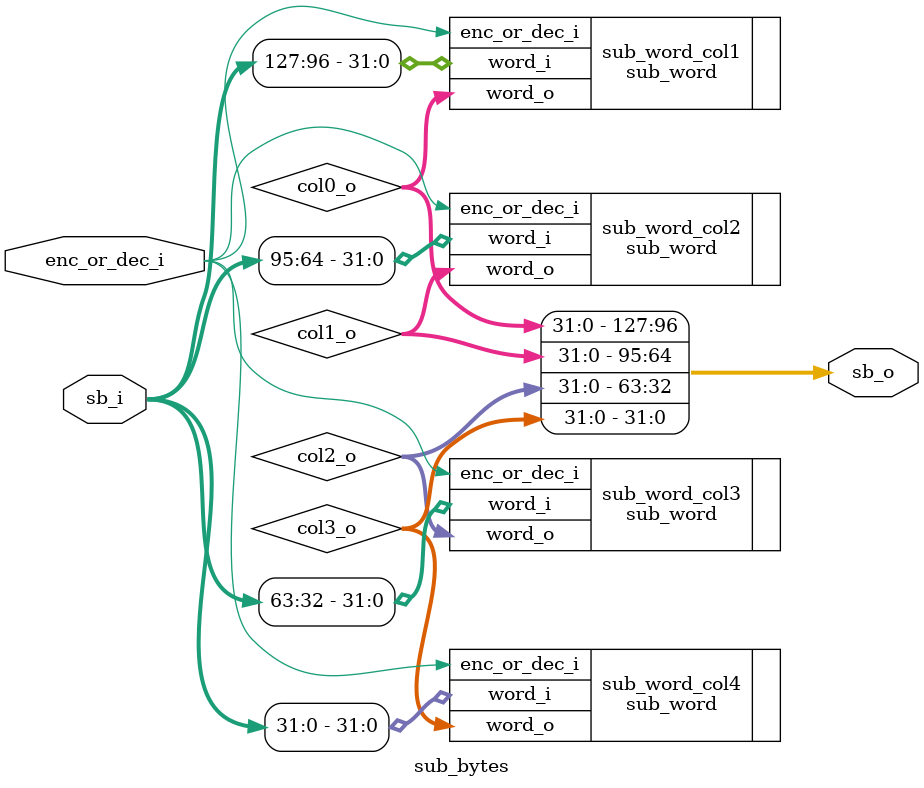
<source format=v>
`timescale 1ns / 1ps


module sub_bytes(sb_i, enc_or_dec_i, sb_o);
    input enc_or_dec_i;
    input [127:0] sb_i;
    output [127:0] sb_o;
    
    wire [31:0] col0_i, col1_i, col2_i, col3_i,
		        col0_o, col1_o, col2_o, col3_o;
		        
    sub_word sub_word_col1 (.enc_or_dec_i(enc_or_dec_i), .word_i(sb_i[127:96]), .word_o(col0_o));
    sub_word sub_word_col2 (.enc_or_dec_i(enc_or_dec_i), .word_i(sb_i[95:64]), .word_o(col1_o));
    sub_word sub_word_col3 (.enc_or_dec_i(enc_or_dec_i), .word_i(sb_i[63:32]), .word_o(col2_o));
    sub_word sub_word_col4 (.enc_or_dec_i(enc_or_dec_i), .word_i(sb_i[31:0]), .word_o(col3_o));
	
	assign sb_o = { col0_o, col1_o, col2_o, col3_o };	        
    
endmodule

</source>
